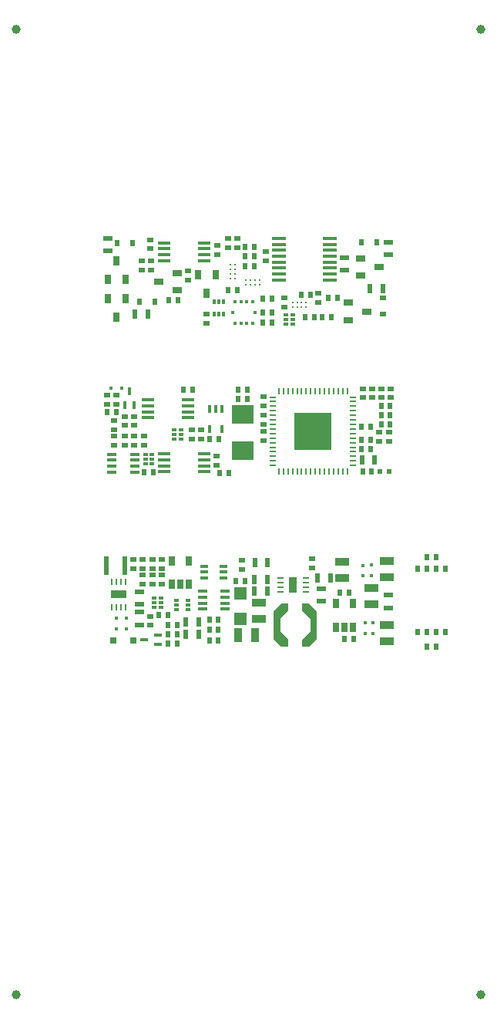
<source format=gbr>
G04 CAM350/DFMSTREAM V11.0 (Build 715) Date:  Fri Nov 02 14:57:21 2018 *
G04 Database: W:\PC Boards\VALTRONIC TECHNOLOGIES\VTC22567\CHECKPLOTS\MODIFIED.cam *
G04 Layer 18: PstTop *
%FSLAX25Y25*%
%MOIN*%
%SFA1.000B1.000*%

%MIA0B0*%
%IPPOS*%
%ADD11C,0.00098*%
%ADD16C,0.01181*%
%ADD17C,0.01969*%
%ADD18C,0.03937*%
%ADD122R,0.02362X0.03150*%
%ADD123R,0.03150X0.02362*%
%ADD124R,0.02362X0.03937*%
%ADD125R,0.01969X0.02953*%
%ADD126R,0.01969X0.01181*%
%ADD127R,0.03937X0.02756*%
%ADD128R,0.02953X0.01969*%
%ADD129R,0.03937X0.02362*%
%ADD130R,0.02756X0.03937*%
%ADD131R,0.01772X0.03740*%
%ADD132R,0.01575X0.01575*%
%ADD133R,0.03937X0.01575*%
%ADD134R,0.02559X0.03937*%
%ADD135R,0.00984X0.02756*%
%ADD136R,0.06693X0.03740*%
%ADD137R,0.06102X0.03740*%
%ADD138R,0.05512X0.01575*%
%ADD139R,0.06102X0.01181*%
%ADD140R,0.01575X0.01378*%
%ADD141R,0.01378X0.01575*%
%ADD142R,0.01181X0.01969*%
%ADD143R,0.09449X0.07874*%
%ADD144R,0.02362X0.01969*%
%ADD145R,0.02756X0.00984*%
%ADD146R,0.16339X0.16339*%
%ADD147R,0.01575X0.03346*%
%ADD148R,0.03150X0.03150*%
%ADD149R,0.05512X0.05512*%
%ADD150R,0.03740X0.01772*%
%ADD151R,0.03346X0.01575*%
%ADD152R,0.03740X0.06102*%
%ADD153R,0.03740X0.06693*%
%ADD154R,0.02362X0.07874*%
%ADD155R,0.05512X0.01772*%
%LNPstTop*%
%LPD*%
G36*
X290678Y303487D02*
G01Y315298D01*
X294024Y318644*
X296977*
Y315691*
X293434Y312148*
X293433*
Y306636*
X293434*
X296977Y303093*
Y300140*
X294024*
X290678Y303487*
G37*
G36*
X302882Y300140D02*
G01Y303093D01*
X306425Y306636*
X306426*
Y312148*
X306425*
X302882Y315691*
Y318644*
X305835*
X309181Y315298*
Y303487*
X305835Y300140*
X302882*
G37*
G54D11*
X346150Y296400D03*
G54D122*
X232556Y449173D03*
X239249D03*
X229596Y474185D03*
X222903D03*
X328444Y474839D03*
X335137D03*
G54D123*
X337782Y443822D03*
Y450515D03*
G54D124*
X252685Y310573D03*
X258197D03*
X252685Y305258D03*
X258197D03*
X332311Y454768D03*
X337823D03*
X230540Y443743D03*
X236052D03*
X328768Y380750D03*
X334280D03*
X282213Y324156D03*
X287725D03*
X282213Y329176D03*
X287725D03*
X282410Y336361D03*
X287922D03*
X309575Y329668D03*
X315087D03*
G54D125*
X244811Y301321D03*
X248748D03*
Y305455D03*
X244811D03*
X248748Y309491D03*
X244811D03*
X314201Y450632D03*
X318138D03*
X311642Y442365D03*
X315579D03*
X304162D03*
X308099D03*
X306524Y452010D03*
X302587D03*
X289890Y450239D03*
X285953D03*
Y444333D03*
X289890D03*
Y440101D03*
X285953D03*
X278276Y472581D03*
X282213D03*
X278276Y468546D03*
X282213D03*
X278276Y464412D03*
X282213D03*
X270796Y454176D03*
X274733D03*
X249044Y449550D03*
X245107D03*
X275323Y411164D03*
X279260D03*
X275323Y407030D03*
X279260D03*
X255540Y410869D03*
X251603D03*
X218433Y401223D03*
X222370D03*
X238512Y375435D03*
X234575D03*
X262922Y389806D03*
X266859D03*
X267351Y374845D03*
X271288D03*
X340973Y403880D03*
X337036D03*
Y399943D03*
X340973D03*
X337036Y396006D03*
X340973D03*
X332508Y395022D03*
X328571D03*
Y389313D03*
X332508D03*
X328571Y385180D03*
X332508D03*
X329063Y375731D03*
X333000D03*
X274339Y328487D03*
X278276D03*
X244811Y313526D03*
X240874D03*
X266662Y311754D03*
X262725D03*
X266662Y307227D03*
X262725D03*
Y302699D03*
X266662D03*
X323158Y323369D03*
X319221D03*
X325126Y303290D03*
X321189D03*
X356819Y338526D03*
X360756D03*
X364693Y333802D03*
X360756D03*
X356819D03*
X352882D03*
X364693Y306439D03*
X360756D03*
X352882D03*
X356819D03*
Y300140D03*
X360756D03*
G54D126*
X247469Y393644D03*
Y391676D03*
Y389707D03*
X250422D03*
Y391676D03*
Y393644D03*
X235067Y383113D03*
Y381144D03*
Y379176D03*
X238020D03*
Y381144D03*
Y383113D03*
X238807Y321006D03*
Y319038D03*
Y317069D03*
X241760D03*
Y319038D03*
Y321006D03*
X248552Y320022D03*
Y318054D03*
Y316085D03*
X253670D03*
Y318054D03*
Y320022D03*
X295796Y443250D03*
Y441282D03*
Y439313D03*
X298748D03*
Y441282D03*
Y443250D03*
G54D127*
X328315Y460180D03*
Y467660D03*
X336307Y463920D03*
X322902Y441085D03*
Y448565D03*
X330894Y444825D03*
X249004Y461361D03*
Y453880D03*
X241012Y457620D03*
G54D128*
X309969Y452601D03*
Y448664D03*
X295107Y450731D03*
Y446794D03*
X287134Y466774D03*
Y470711D03*
X261642Y439609D03*
Y443546D03*
X274733Y476420D03*
Y472483D03*
X270697Y476420D03*
Y472483D03*
X266268Y473270D03*
Y469333D03*
X237626Y466577D03*
Y462640D03*
X233493Y466577D03*
Y462640D03*
X230048Y395514D03*
Y399451D03*
X226111D03*
Y395514D03*
X222370Y404668D03*
Y408605D03*
X218433D03*
Y404668D03*
X221583Y393841D03*
Y397778D03*
X230048Y386951D03*
Y390888D03*
X226111Y386951D03*
Y390888D03*
X221583D03*
Y386951D03*
X234378D03*
Y390888D03*
X255048Y393644D03*
Y389707D03*
X259083D03*
Y393644D03*
X265973Y382227D03*
Y378290D03*
X286248Y392955D03*
Y389018D03*
Y395908D03*
Y399845D03*
Y404077D03*
Y408014D03*
X341170Y407522D03*
Y411459D03*
X337233D03*
Y407522D03*
X333197D03*
Y411459D03*
X329260Y407522D03*
Y411459D03*
X340481Y392561D03*
Y388624D03*
X336347D03*
Y392561D03*
X276898Y337345D03*
Y333408D03*
X242056Y333802D03*
Y337739D03*
Y326912D03*
Y330849D03*
X238119Y326912D03*
Y330849D03*
Y333802D03*
Y337739D03*
X233886D03*
Y333802D03*
Y326912D03*
Y330849D03*
X229949Y337739D03*
Y333802D03*
X237134Y313132D03*
Y309195D03*
X307213Y333998D03*
Y337935D03*
X253498Y462246D03*
Y458309D03*
X237331Y471892D03*
Y475829D03*
G54D16*
X304654Y448565D03*
X302685D03*
X300717D03*
X298748Y446597D03*
X300717D03*
X302685D03*
X304654D03*
X298748Y448565D03*
X284575Y456341D03*
X278670Y458309D03*
X280638D03*
X282607D03*
X284575D03*
X282607Y456341D03*
X280638D03*
X278670D03*
X271977Y465002D03*
Y463034D03*
Y461065D03*
X273945Y459097D03*
Y461065D03*
Y463034D03*
Y465002D03*
X271977Y459097D03*
G54D129*
X218729Y470908D03*
Y476420D03*
X232410Y318250D03*
Y323762D03*
Y309392D03*
Y314904D03*
X311150Y319628D03*
Y325140D03*
X340284Y322187D03*
Y316676D03*
X321091Y468054D03*
Y462542D03*
X340087Y469235D03*
Y474746D03*
G54D130*
X226406Y458743D03*
X218926D03*
X222666Y466735D03*
X218926Y450298D03*
X226406D03*
X222666Y442306D03*
X257902Y460770D03*
X265382D03*
X261642Y452778D03*
G54D131*
X228079Y410475D03*
X230048Y404372D03*
X226111D03*
G54D132*
X224831Y411557D03*
X220304D03*
G54D133*
X220599Y383113D03*
Y380554D03*
Y377994D03*
Y375435D03*
X230441D03*
Y377994D03*
Y380554D03*
Y383113D03*
X259772Y323959D03*
Y321400D03*
Y318841D03*
Y316282D03*
X269615D03*
Y318841D03*
Y321400D03*
Y323959D03*
G54D134*
X246386Y337148D03*
X253867D03*
Y326912D03*
X250126D03*
X246386D03*
X317449Y318644D03*
X324930D03*
Y308408D03*
X321189D03*
X317449D03*
G54D135*
X220599Y328093D03*
X222567D03*
X224536D03*
X226504D03*
Y317069D03*
X224536D03*
X222567D03*
X220599D03*
X306622Y410376D03*
X292843D03*
X294811D03*
X296780D03*
X298748D03*
X300717D03*
X302685D03*
X304654D03*
X308591D03*
X310559D03*
X312528D03*
X314496D03*
X316465D03*
X318433D03*
X320402D03*
X322370D03*
Y375731D03*
X320402D03*
X318433D03*
X316465D03*
X314496D03*
X312528D03*
X310559D03*
X308591D03*
X304654D03*
X302685D03*
X300717D03*
X298748D03*
X296780D03*
X294811D03*
X292843D03*
X306622D03*
G54D136*
X223552Y322581D03*
G54D132*
X222567Y307817D03*
Y312345D03*
X226701Y312246D03*
Y307719D03*
X330048Y305652D03*
Y310180D03*
X333591D03*
Y305652D03*
X329260Y335081D03*
Y330554D03*
X333000Y330652D03*
Y335180D03*
G54D137*
X284181Y319038D03*
Y311951D03*
X320233Y329709D03*
Y336796D03*
X339496Y309392D03*
Y302306D03*
X332811Y318225D03*
Y325311D03*
X339496Y330061D03*
Y337148D03*
G54D138*
X260559Y466774D03*
Y469333D03*
Y471892D03*
Y474451D03*
X243237D03*
Y471892D03*
Y469333D03*
Y466774D03*
G54D139*
X292744Y476321D03*
Y473762D03*
Y471203D03*
Y468644D03*
Y466085D03*
Y463526D03*
Y460967D03*
Y458408D03*
X314792D03*
Y460967D03*
Y463526D03*
Y468644D03*
Y471203D03*
Y473762D03*
Y476321D03*
Y466085D03*
G54D140*
X282410Y444333D03*
X272961D03*
G54D141*
X273847Y439609D03*
X276406D03*
X278965D03*
X281524D03*
Y449057D03*
X278965D03*
X276406D03*
X273847D03*
G54D142*
X268729Y448861D03*
X266760D03*
X264792D03*
Y443743D03*
X266760D03*
X268729D03*
G54D143*
X277292Y384589D03*
Y400337D03*
G54D144*
X336642Y375731D03*
X340579D03*
G54D145*
X324930Y392069D03*
Y378290D03*
Y380258D03*
Y382227D03*
Y384195D03*
Y386164D03*
Y388132D03*
Y390101D03*
Y394038D03*
Y396006D03*
Y397975D03*
Y399943D03*
Y401912D03*
Y403880D03*
Y405849D03*
Y407817D03*
X290284D03*
Y405849D03*
Y403880D03*
Y401912D03*
Y399943D03*
Y397975D03*
Y396006D03*
Y394038D03*
Y390101D03*
Y388132D03*
Y386164D03*
Y384195D03*
Y382227D03*
Y380258D03*
Y378290D03*
Y392069D03*
X304457Y323762D03*
Y325731D03*
Y327699D03*
Y329668D03*
X293433D03*
Y327699D03*
Y325731D03*
Y323762D03*
G54D146*
X307607Y393054D03*
G54D147*
X268040Y402798D03*
X265481D03*
X262922D03*
Y394136D03*
X268040D03*
G54D148*
X229924Y302729D03*
X221066D03*
G54D149*
X276307Y312148D03*
Y323172D03*
G54D150*
X234575Y302896D03*
X240678Y304865D03*
Y300928D03*
G54D151*
X260363Y329668D03*
Y332227D03*
Y334786D03*
X269024D03*
Y332227D03*
Y329668D03*
G54D152*
X275323Y305061D03*
X282410D03*
G54D17*
X292056Y309392D03*
X307804D03*
G54D153*
X298945Y326715D03*
G54D154*
X218040Y334983D03*
X226307D03*
G54D155*
X243335Y375534D03*
Y378093D03*
Y380652D03*
Y383211D03*
X260658D03*
Y380652D03*
Y378093D03*
Y375534D03*
X253374Y406538D03*
Y403979D03*
Y401420D03*
Y398861D03*
X236052D03*
Y401420D03*
Y403979D03*
Y406538D03*
G54D18*
X380067Y149512D03*
X179280D03*
Y566835D03*
X380067D03*
M02*

</source>
